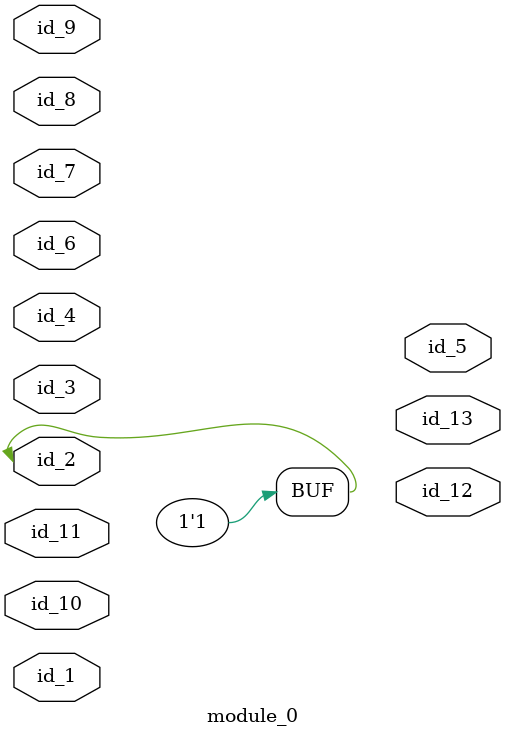
<source format=v>
module module_0 (
    id_1,
    id_2,
    id_3,
    id_4,
    id_5,
    id_6,
    id_7,
    id_8,
    id_9,
    id_10,
    id_11,
    id_12,
    id_13
);
  output wire id_13;
  output wire id_12;
  inout wire id_11;
  inout wire id_10;
  input wire id_9;
  input wire id_8;
  inout wire id_7;
  inout wire id_6;
  output wire id_5;
  inout wire id_4;
  input wire id_3;
  inout wire id_2;
  input wire id_1;
  assign id_2 = 1;
  wire id_14;
endmodule
module module_1 (
    input wire id_0
);
  wire id_2;
  module_0 modCall_1 (
      id_2,
      id_2,
      id_2,
      id_2,
      id_2,
      id_2,
      id_2,
      id_2,
      id_2,
      id_2,
      id_2,
      id_2,
      id_2
  );
  wire id_3;
  wire id_4;
endmodule

</source>
